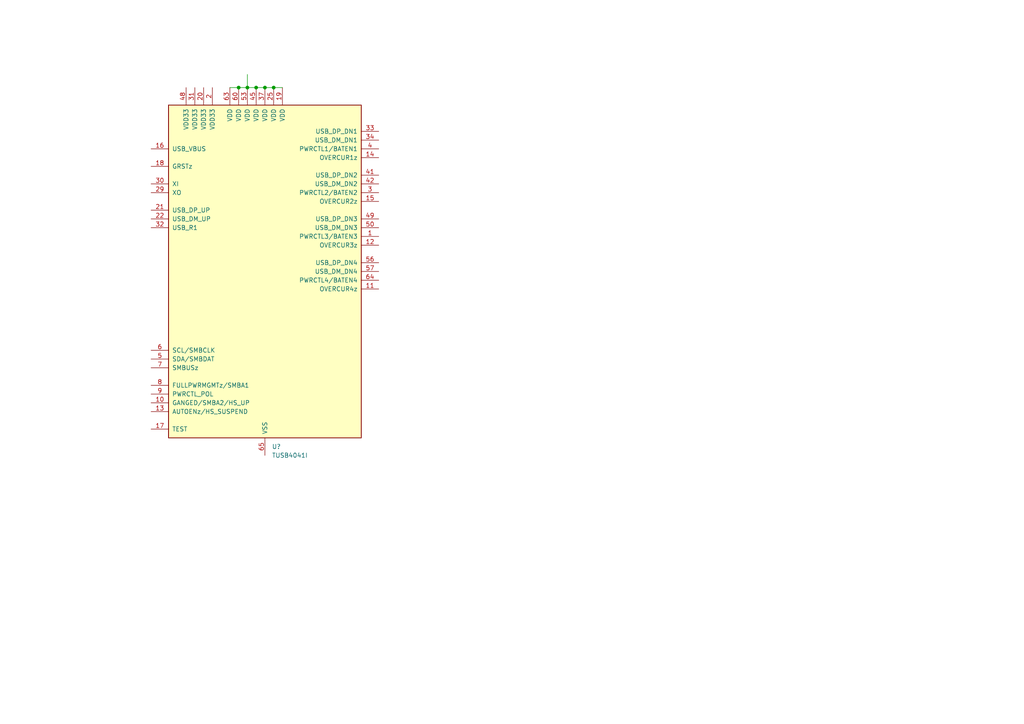
<source format=kicad_sch>
(kicad_sch (version 20211123) (generator eeschema)
  (paper "A4")
  (lib_symbols
    (symbol "Interface_USB:TUSB4041I" (pin_names (offset 1.016))
      (property "Reference" "U" (at 15.24 53.34 0))
      (property "Value" "TUSB4041I" (at 15.24 50.8 0))
      (symbol "TUSB4041I_0_1"
        (rectangle (start -27.94 48.26) (end 27.94 -48.26) (stroke (width 0.254)) (fill (type background)))
      )
      (symbol "TUSB4041I_1_1"
        (pin bidirectional line (at 33.02 10.16 180) (length 5.08) (name "PWRCTL3/BATEN3") (number "1"))
        (pin bidirectional line (at -33.02 -38.1 0) (length 5.08) (name "GANGED/SMBA2/HS_UP") (number "10"))
        (pin input line (at 33.02 -5.08 180) (length 5.08) (name "OVERCUR4z") (number "11"))
        (pin input line (at 33.02 7.62 180) (length 5.08) (name "OVERCUR3z") (number "12"))
        (pin bidirectional line (at -33.02 -40.64 0) (length 5.08) (name "AUTOENz/HS_SUSPEND") (number "13"))
        (pin input line (at 33.02 33.02 180) (length 5.08) (name "OVERCUR1z") (number "14"))
        (pin input line (at 33.02 20.32 180) (length 5.08) (name "OVERCUR2z") (number "15"))
        (pin input line (at -33.02 35.56 0) (length 5.08) (name "USB_VBUS") (number "16"))
        (pin input line (at -33.02 -45.72 0) (length 5.08) (name "TEST") (number "17"))
        (pin input line (at -33.02 30.48 0) (length 5.08) (name "GRSTz") (number "18"))
        (pin power_in line (at 5.08 53.34 270) (length 5.08) (name "VDD") (number "19"))
        (pin power_in line (at -15.24 53.34 270) (length 5.08) (name "VDD33") (number "2"))
        (pin power_in line (at -17.78 53.34 270) (length 5.08) (name "VDD33") (number "20"))
        (pin bidirectional line (at -33.02 17.78 0) (length 5.08) (name "USB_DP_UP") (number "21"))
        (pin bidirectional line (at -33.02 15.24 0) (length 5.08) (name "USB_DM_UP") (number "22"))
        (pin bidirectional line (at 33.02 -17.78 180) (length 5.08) hide (name "RSVD") (number "23"))
        (pin bidirectional line (at 33.02 -20.32 180) (length 5.08) hide (name "RSVD") (number "24"))
        (pin power_in line (at 2.54 53.34 270) (length 5.08) (name "VDD") (number "25"))
        (pin bidirectional line (at 33.02 -22.86 180) (length 5.08) hide (name "RSVD") (number "26"))
        (pin bidirectional line (at 33.02 -25.4 180) (length 5.08) hide (name "RSVD") (number "27"))
        (pin no_connect line (at 33.02 -43.18 180) (length 5.08) hide (name "NC") (number "28"))
        (pin output line (at -33.02 22.86 0) (length 5.08) (name "XO") (number "29"))
        (pin bidirectional line (at 33.02 22.86 180) (length 5.08) (name "PWRCTL2/BATEN2") (number "3"))
        (pin input line (at -33.02 25.4 0) (length 5.08) (name "XI") (number "30"))
        (pin power_in line (at -20.32 53.34 270) (length 5.08) (name "VDD33") (number "31"))
        (pin input line (at -33.02 12.7 0) (length 5.08) (name "USB_R1") (number "32"))
        (pin bidirectional line (at 33.02 40.64 180) (length 5.08) (name "USB_DP_DN1") (number "33"))
        (pin bidirectional line (at 33.02 38.1 180) (length 5.08) (name "USB_DM_DN1") (number "34"))
        (pin bidirectional line (at 33.02 -27.94 180) (length 5.08) hide (name "RSVD") (number "35"))
        (pin bidirectional line (at 33.02 -30.48 180) (length 5.08) hide (name "RSVD") (number "36"))
        (pin power_in line (at 0 53.34 270) (length 5.08) (name "VDD") (number "37"))
        (pin bidirectional line (at 33.02 -33.02 180) (length 5.08) hide (name "RSVD") (number "38"))
        (pin bidirectional line (at 33.02 -35.56 180) (length 5.08) hide (name "RSVD") (number "39"))
        (pin bidirectional line (at 33.02 35.56 180) (length 5.08) (name "PWRCTL1/BATEN1") (number "4"))
        (pin no_connect line (at 33.02 -45.72 180) (length 5.08) hide (name "NC") (number "40"))
        (pin bidirectional line (at 33.02 27.94 180) (length 5.08) (name "USB_DP_DN2") (number "41"))
        (pin bidirectional line (at 33.02 25.4 180) (length 5.08) (name "USB_DM_DN2") (number "42"))
        (pin bidirectional line (at 33.02 -38.1 180) (length 5.08) hide (name "RSVD") (number "43"))
        (pin bidirectional line (at -33.02 7.62 0) (length 5.08) hide (name "RSVD") (number "44"))
        (pin power_in line (at -2.54 53.34 270) (length 5.08) (name "VDD") (number "45"))
        (pin bidirectional line (at -33.02 5.08 0) (length 5.08) hide (name "RSVD") (number "46"))
        (pin bidirectional line (at -33.02 2.54 0) (length 5.08) hide (name "RSVD") (number "47"))
        (pin power_in line (at -22.86 53.34 270) (length 5.08) (name "VDD33") (number "48"))
        (pin bidirectional line (at 33.02 15.24 180) (length 5.08) (name "USB_DP_DN3") (number "49"))
        (pin bidirectional line (at -33.02 -25.4 0) (length 5.08) (name "SDA/SMBDAT") (number "5"))
        (pin bidirectional line (at 33.02 12.7 180) (length 5.08) (name "USB_DM_DN3") (number "50"))
        (pin bidirectional line (at -33.02 0 0) (length 5.08) hide (name "RSVD") (number "51"))
        (pin bidirectional line (at -33.02 -2.54 0) (length 5.08) hide (name "RSVD") (number "52"))
        (pin power_in line (at -5.08 53.34 270) (length 5.08) (name "VDD") (number "53"))
        (pin bidirectional line (at -33.02 -5.08 0) (length 5.08) hide (name "RSVD") (number "54"))
        (pin bidirectional line (at -33.02 -7.62 0) (length 5.08) hide (name "RSVD") (number "55"))
        (pin bidirectional line (at 33.02 2.54 180) (length 5.08) (name "USB_DP_DN4") (number "56"))
        (pin bidirectional line (at 33.02 0 180) (length 5.08) (name "USB_DM_DN4") (number "57"))
        (pin bidirectional line (at -33.02 -10.16 0) (length 5.08) hide (name "RSVD") (number "58"))
        (pin bidirectional line (at -33.02 -12.7 0) (length 5.08) hide (name "RSVD") (number "59"))
        (pin bidirectional line (at -33.02 -22.86 0) (length 5.08) (name "SCL/SMBCLK") (number "6"))
        (pin power_in line (at -7.62 53.34 270) (length 5.08) (name "VDD") (number "60"))
        (pin bidirectional line (at -33.02 -15.24 0) (length 5.08) hide (name "RSVD") (number "61"))
        (pin bidirectional line (at -33.02 -17.78 0) (length 5.08) hide (name "RSVD") (number "62"))
        (pin power_in line (at -10.16 53.34 270) (length 5.08) (name "VDD") (number "63"))
        (pin bidirectional line (at 33.02 -2.54 180) (length 5.08) (name "PWRCTL4/BATEN4") (number "64"))
        (pin power_in line (at 0 -53.34 90) (length 5.08) (name "VSS") (number "65"))
        (pin bidirectional line (at -33.02 -27.94 0) (length 5.08) (name "SMBUSz") (number "7"))
        (pin bidirectional line (at -33.02 -33.02 0) (length 5.08) (name "FULLPWRMGMTz/SMBA1") (number "8"))
        (pin bidirectional line (at -33.02 -35.56 0) (length 5.08) (name "PWRCTL_POL") (number "9"))
      )
    )
  )
  (junction (at 76.835 25.4))
  (junction (at 69.215 25.4))
  (junction (at 79.375 25.4))
  (junction (at 71.755 25.4))
  (junction (at 74.295 25.4))
  (wire (pts (xy 69.215 25.4) (xy 71.755 25.4)))
  (wire (pts (xy 74.295 25.4) (xy 76.835 25.4)))
  (wire (pts (xy 79.375 25.4) (xy 81.915 25.4)))
  (wire (pts (xy 71.755 21.59) (xy 71.755 25.4)))
  (wire (pts (xy 71.755 25.4) (xy 74.295 25.4)))
  (wire (pts (xy 76.835 25.4) (xy 79.375 25.4)))
  (wire (pts (xy 66.675 25.4) (xy 69.215 25.4)))
  (symbol (lib_id "Interface_USB:TUSB4041I") (at 76.835 78.74 0) (unit 1)
    (property "Reference" "U?" (at 78.8544 129.54 0) (effects (justify left)))
    (property "Value" "TUSB4041I" (at 78.8544 132.08 0) (effects (justify left)))
    (property "Footprint" "Package_QFP:HTQFP-64-1EP_10x10mm_P0.5mm_EP8x8mm_Mask4.4x4.4mm_ThermalVias" (effects hide))
    (property "Datasheet" "http://www.ti.com/lit/ds/symlink/tusb4041i.pdf" (effects hide))
  )
)
</source>
